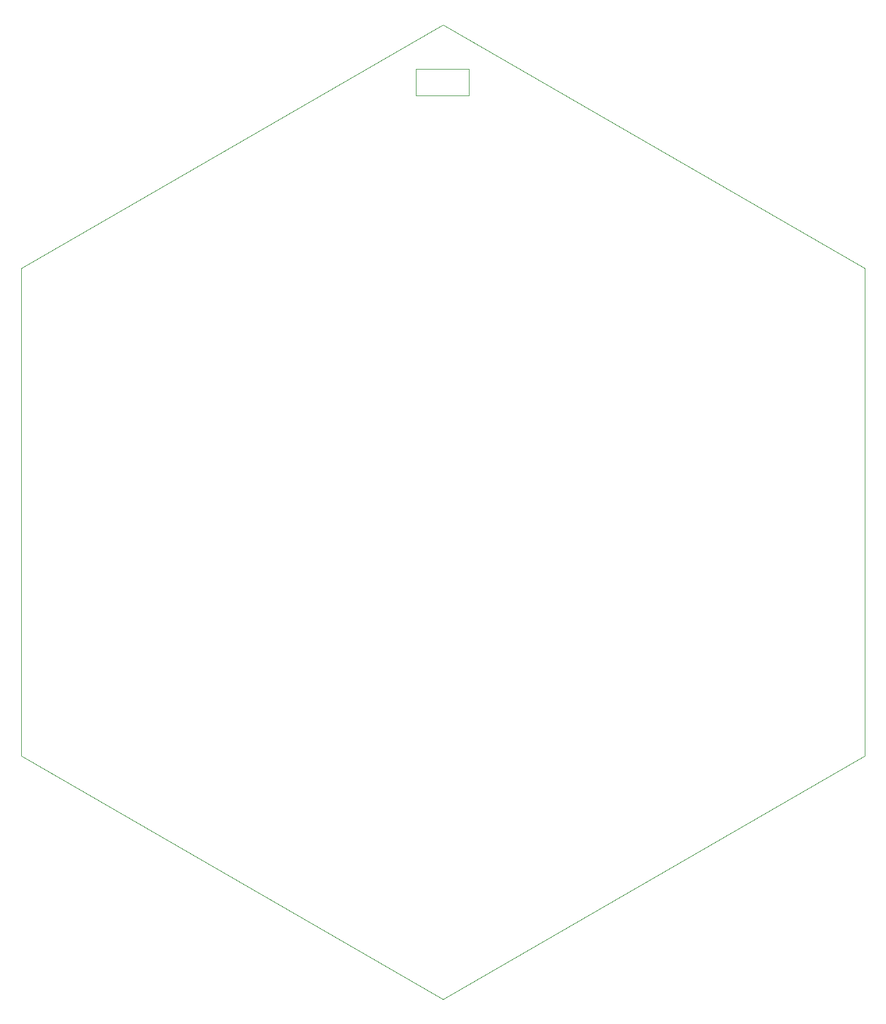
<source format=gm1>
G04 #@! TF.GenerationSoftware,KiCad,Pcbnew,(5.1.9)-1*
G04 #@! TF.CreationDate,2021-03-01T10:40:22-06:00*
G04 #@! TF.ProjectId,altbier_pcb_3d6,616c7462-6965-4725-9f70-63625f336436,1*
G04 #@! TF.SameCoordinates,Original*
G04 #@! TF.FileFunction,Profile,NP*
%FSLAX46Y46*%
G04 Gerber Fmt 4.6, Leading zero omitted, Abs format (unit mm)*
G04 Created by KiCad (PCBNEW (5.1.9)-1) date 2021-03-01 10:40:22*
%MOMM*%
%LPD*%
G01*
G04 APERTURE LIST*
G04 #@! TA.AperFunction,Profile*
%ADD10C,0.100000*%
G04 #@! TD*
G04 #@! TA.AperFunction,Profile*
%ADD11C,0.050000*%
G04 #@! TD*
G04 APERTURE END LIST*
D10*
X151104600Y-29286200D02*
X151104600Y-33096200D01*
X143484600Y-29286200D02*
X151104600Y-29286200D01*
X143484600Y-33096200D02*
X143484600Y-29286200D01*
X151104600Y-33096200D02*
X143484600Y-33096200D01*
D11*
X86741000Y-57889000D02*
X147362778Y-22889000D01*
X147362778Y-162889000D02*
X207984556Y-127889000D01*
X207984556Y-57889000D02*
X147362778Y-22889000D01*
X147362778Y-162889000D02*
X86741000Y-127889000D01*
X86741000Y-57889000D02*
X86741000Y-127889000D01*
X207984556Y-57889000D02*
X207984556Y-127889000D01*
M02*

</source>
